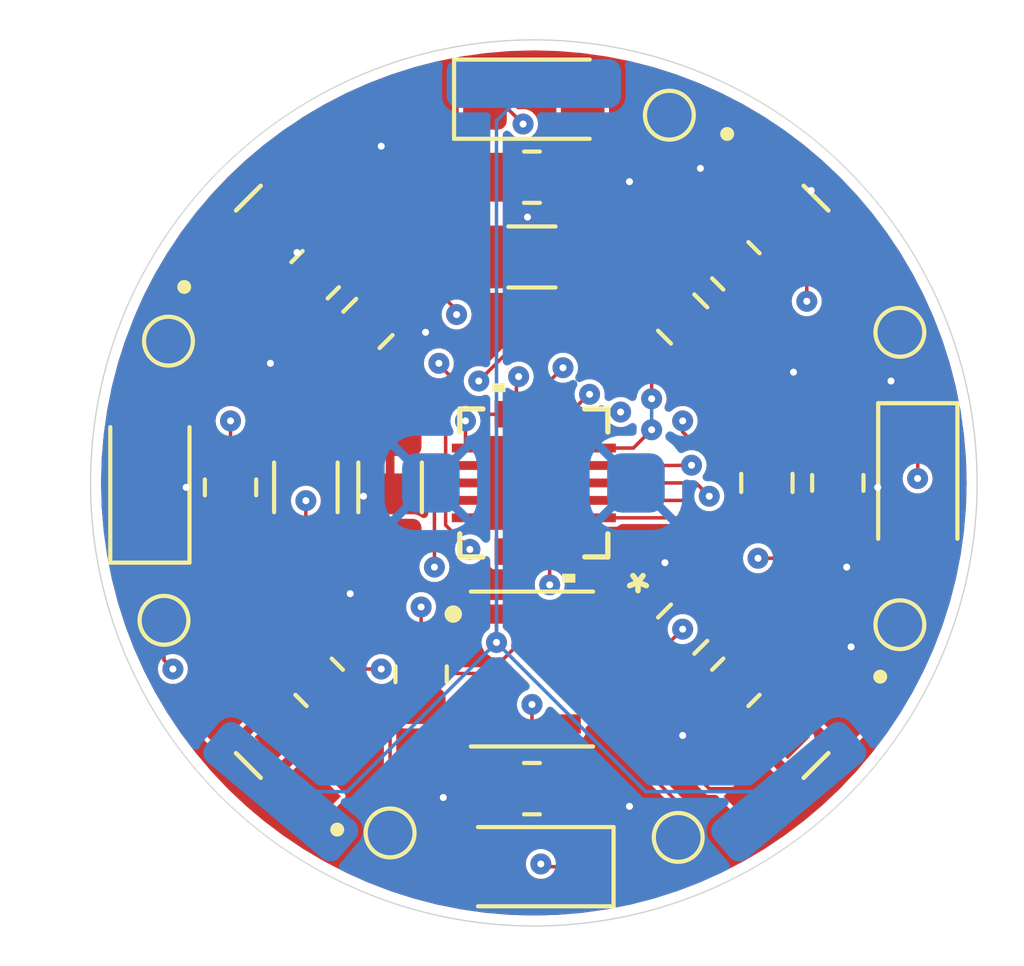
<source format=kicad_pcb>
(kicad_pcb (version 20221018) (generator pcbnew)
  (title_block (rev "1"))
  (layers (0 "F.Cu" signal "Front") (1 "In1.Cu" signal) (2 "In2.Cu" signal) (31 "B.Cu" signal "Back") (34 "B.Paste" user) (35 "F.Paste" user) (36 "B.SilkS" user "B.Silkscreen") (37 "F.SilkS" user "F.Silkscreen") (38 "B.Mask" user) (39 "F.Mask" user) (44 "Edge.Cuts" user))
  (net 0 "")
  (net 1 "VCC")
  (net 2 "GND")
  (net 3 "Net-(U1-VCORE)")
  (net 4 "Net-(U1-32KIN)")
  (net 5 "Net-(U1-32KOUT)")
  (net 6 "/SWDIO")
  (net 7 "/SWCLK")
  (net 8 "/UART_TX")
  (net 9 "/UART_RX")
  (net 10 "/RST")
  (net 11 "Net-(U1-P0.2)")
  (net 12 "Net-(D1-PadC)")
  (net 13 "Net-(U1-P0.3)")
  (net 14 "Net-(D2-PadC)")
  (net 15 "Net-(Q1-E)")
  (net 16 "Net-(Q2-E)")
  (net 17 "Net-(Q3-E)")
  (net 18 "Net-(Q4-E)")
  (net 19 "Net-(R9-Pad1)")
  (net 20 "Net-(BT1-+)")
  (net 23 "Net-(U1-P0.8)")
  (net 24 "Net-(D3-PadC)")
  (net 27 "Net-(U1-P0.9)")
  (net 28 "Net-(D4-PadC)")
  (footprint "Resistor_SMD:R_0805_2012Metric" (layer "F.Cu") (at 160.274 99.314 -90)
    (fp_text reference "R6" hide)
    (fp_text value "R_US")
    (fp_line (start -0.227064 -0.735) (end 0.227064 -0.735) (stroke (width 0.12)) (layer "F.SilkS"))
    (fp_line (start -0.227064 0.735) (end 0.227064 0.735) (stroke (width 0.12)) (layer "F.SilkS"))
    (pad "1" smd roundrect (at -0.9125 0 270) (size 1.025 1.4) (layers "F.Cu" "F.Paste" "F.Mask") (roundrect_rratio 0.243902) (net 2 "GND"))
    (pad "2" smd roundrect (at 0.9125 0 270) (size 1.025 1.4) (layers "F.Cu" "F.Paste" "F.Mask") (roundrect_rratio 0.243902) (net 16 "Net-(Q2-E)"))
  )
  (footprint "Resistor_SMD:R_0805_2012Metric" (layer "F.Cu") (at 145.415 105.029 135)
    (fp_text reference "R2" hide)
    (fp_text value "325")
    (fp_line (start -0.227064 -0.735) (end 0.227064 -0.735) (stroke (width 0.12)) (layer "F.SilkS"))
    (fp_line (start -0.227064 0.735) (end 0.227064 0.735) (stroke (width 0.12)) (layer "F.SilkS"))
    (pad "1" smd roundrect (at -0.9125 0 135) (size 1.025 1.4) (layers "F.Cu" "F.Paste" "F.Mask") (roundrect_rratio 0.243902) (net 14 "Net-(D2-PadC)"))
    (pad "2" smd roundrect (at 0.9125 0 135) (size 1.025 1.4) (layers "F.Cu" "F.Paste" "F.Mask") (roundrect_rratio 0.243902) (net 2 "GND"))
  )
  (footprint "Crystal:Crystal_SMD_3215-2Pin_3.2x1.5mm" (layer "F.Cu") (at 151.511 92.837)
    (fp_text reference "Y1" hide)
    (fp_text value "32.768kHz")
    (fp_line (start -0.675 -0.875) (end 0.675 -0.875) (stroke (width 0.12)) (layer "F.SilkS"))
    (fp_line (start -0.675 0.875) (end 0.675 0.875) (stroke (width 0.12)) (layer "F.SilkS"))
    (pad "1" smd rect (at 1.25 0) (size 1 1.8) (layers "F.Cu" "F.Paste" "F.Mask") (net 4 "Net-(U1-32KIN)"))
    (pad "2" smd rect (at -1.25 0) (size 1 1.8) (layers "F.Cu" "F.Paste" "F.Mask") (net 5 "Net-(U1-32KOUT)"))
  )
  (footprint "Diode_SMD:D_1206_3216Metric" (layer "F.Cu") (at 162.565 99.314 -90)
    (fp_text reference "Q2" hide)
    (fp_text value "Q_Photo_NPN")
    (fp_line (start -2.285 -1.135) (end -2.285 1.135) (stroke (width 0.12)) (layer "F.SilkS"))
    (fp_line (start -2.285 1.135) (end 1.6 1.135) (stroke (width 0.12)) (layer "F.SilkS"))
    (fp_line (start 1.6 -1.135) (end -2.285 -1.135) (stroke (width 0.12)) (layer "F.SilkS"))
    (pad "1" smd roundrect (at -1.4 0 270) (size 1.25 1.75) (layers "F.Cu" "F.Paste" "F.Mask") (roundrect_rratio 0.2) (net 1 "VCC"))
    (pad "2" smd roundrect (at 1.4 0 270) (size 1.25 1.75) (layers "F.Cu" "F.Paste" "F.Mask") (roundrect_rratio 0.2) (net 16 "Net-(Q2-E)"))
  )
  (footprint "TestPoint:TestPoint_Pad_D1.0mm" (layer "F.Cu") (at 162.052 103.378)
    (fp_text reference "TP3" hide)
    (fp_text value "TestPoint")
    (fp_circle (center 0 0) (end 0 0.7) (stroke (width 0.12)) (fill none) (layer "F.SilkS"))
    (pad "1" smd circle (at 0 0) (size 1 1) (layers "F.Cu" "F.Mask") (net 7 "/SWCLK"))
  )
  (footprint "Diode_SMD:D_1206_3216Metric" (layer "F.Cu") (at 151.565 110.314 180)
    (fp_text reference "Q3" hide)
    (fp_text value "Q_Photo_NPN")
    (fp_line (start -2.285 -1.135) (end -2.285 1.135) (stroke (width 0.12)) (layer "F.SilkS"))
    (fp_line (start -2.285 1.135) (end 1.6 1.135) (stroke (width 0.12)) (layer "F.SilkS"))
    (fp_line (start 1.6 -1.135) (end -2.285 -1.135) (stroke (width 0.12)) (layer "F.SilkS"))
    (pad "1" smd roundrect (at -1.4 0 180) (size 1.25 1.75) (layers "F.Cu" "F.Paste" "F.Mask") (roundrect_rratio 0.2) (net 1 "VCC"))
    (pad "2" smd roundrect (at 1.4 0 180) (size 1.25 1.75) (layers "F.Cu" "F.Paste" "F.Mask") (roundrect_rratio 0.2) (net 17 "Net-(Q3-E)"))
  )
  (footprint "Resistor_SMD:R_0805_2012Metric" (layer "F.Cu") (at 145.3 93.345 45)
    (fp_text reference "R3" hide)
    (fp_text value "325")
    (fp_line (start -0.227064 -0.735) (end 0.227064 -0.735) (stroke (width 0.12)) (layer "F.SilkS"))
    (fp_line (start -0.227064 0.735) (end 0.227064 0.735) (stroke (width 0.12)) (layer "F.SilkS"))
    (pad "1" smd roundrect (at -0.9125 0 45) (size 1.025 1.4) (layers "F.Cu" "F.Paste" "F.Mask") (roundrect_rratio 0.243902) (net 24 "Net-(D3-PadC)"))
    (pad "2" smd roundrect (at 0.9125 0 45) (size 1.025 1.4) (layers "F.Cu" "F.Paste" "F.Mask") (roundrect_rratio 0.243902) (net 2 "GND"))
  )
  (footprint "TestPoint:TestPoint_Pad_D1.0mm" (layer "F.Cu") (at 141.097 95.25)
    (fp_text reference "TP7" hide)
    (fp_text value "TestPoint")
    (fp_circle (center 0 0) (end 0 0.7) (stroke (width 0.12)) (fill none) (layer "F.SilkS"))
    (pad "1" smd circle (at 0 0) (size 1 1) (layers "F.Cu" "F.Mask") (net 2 "GND"))
  )
  (footprint "Anthony Personal:DIO_VSMB10940" (layer "F.Cu") (at 159.29673 91.50327 -45)
    (fp_text reference "D4" hide)
    (fp_text value "LED")
    (fp_line (start -0.5 -0.5) (end 0.5 -0.5) (stroke (width 0.127)) (layer "F.SilkS"))
    (fp_circle (center -3.1 0) (end -3 0) (stroke (width 0.2)) (fill none) (layer "F.SilkS"))
    (pad "1" smd rect (at 0 0.65 315) (size 0.9 0.9) (layers "F.Cu" "F.Paste" "F.Mask"))
    (pad "A" smd rect (at 1.75 0 315) (size 1.5 1.5) (layers "F.Cu" "F.Paste" "F.Mask") (net 27 "Net-(U1-P0.9)"))
    (pad "C" smd rect (at -1.75 0 315) (size 1.5 1.5) (layers "F.Cu" "F.Paste" "F.Mask") (net 28 "Net-(D4-PadC)"))
  )
  (footprint "Anthony Personal:21-0139V_T2044&plus_5_MXM" (layer "F.Cu") (at 151.565 99.314 180)
    (fp_text reference "U1" hide)
    (fp_text value "MAX32660GTP+")
    (fp_text user "*" (at -2.9845 -2.54 180 unlocked) (layer "F.SilkS") (effects (font (thickness 0.16))))
    (fp_line (start -2.1209 -2.1209) (end -2.1209 -1.459741) (stroke (width 0.1524)) (layer "F.SilkS"))
    (fp_line (start -2.1209 1.459741) (end -2.1209 2.1209) (stroke (width 0.1524)) (layer "F.SilkS"))
    (fp_line (start -2.1209 2.1209) (end -1.459741 2.1209) (stroke (width 0.1524)) (layer "F.SilkS"))
    (fp_line (start -1.459741 -2.1209) (end -2.1209 -2.1209) (stroke (width 0.1524)) (layer "F.SilkS"))
    (fp_line (start 1.459741 2.1209) (end 2.1209 2.1209) (stroke (width 0.1524)) (layer "F.SilkS"))
    (fp_line (start 2.1209 -2.1209) (end 1.459741 -2.1209) (stroke (width 0.1524)) (layer "F.SilkS"))
    (fp_line (start 2.1209 -1.459741) (end 2.1209 -2.1209) (stroke (width 0.1524)) (layer "F.SilkS"))
    (fp_line (start 2.1209 2.1209) (end 2.1209 1.459741) (stroke (width 0.1524)) (layer "F.SilkS"))
    (fp_poly (pts (xy -1.190501 -2.6035) (xy -1.190501 -2.8575) (xy -0.809501 -2.8575) (xy -0.809501 -2.6035)) (fill solid) (layer "F.SilkS"))
    (fp_poly (pts (xy 0.809501 2.6035) (xy 0.809501 2.8575) (xy 1.190501 2.8575) (xy 1.190501 2.6035)) (fill solid) (layer "F.SilkS"))
    (pad "1" smd rect (at -1.9685 -1.000001 270) (size 0.254 0.762) (layers "F.Cu" "F.Paste" "F.Mask") (net 7 "/SWCLK"))
    (pad "2" smd rect (at -1.9685 -0.499999 270) (size 0.254 0.762) (layers "F.Cu" "F.Paste" "F.Mask") (net 6 "/SWDIO"))
    (pad "3" smd rect (at -1.9685 0 270) (size 0.254 0.762) (layers "F.Cu" "F.Paste" "F.Mask") (net 18 "Net-(Q4-E)"))
    (pad "4" smd rect (at -1.9685 0.499999 270) (size 0.254 0.762) (layers "F.Cu" "F.Paste" "F.Mask") (net 17 "Net-(Q3-E)"))
    (pad "5" smd rect (at -1.9685 1.000001 270) (size 0.254 0.762) (layers "F.Cu" "F.Paste" "F.Mask") (net 10 "/RST"))
    (pad "6" smd rect (at -1.000001 1.9685 180) (size 0.254 0.762) (layers "F.Cu" "F.Paste" "F.Mask") (net 3 "Net-(U1-VCORE)"))
    (pad "7" smd rect (at -0.499999 1.9685 180) (size 0.254 0.762) (layers "F.Cu" "F.Paste" "F.Mask") (net 5 "Net-(U1-32KOUT)"))
    (pad "8" smd rect (at 0 1.9685 180) (size 0.254 0.762) (layers "F.Cu" "F.Paste" "F.Mask") (net 4 "Net-(U1-32KIN)"))
    (pad "9" smd rect (at 0.499999 1.9685 180) (size 0.254 0.762) (layers "F.Cu" "F.Paste" "F.Mask") (net 1 "VCC"))
    (pad "10" smd rect (at 1.000001 1.9685 180) (size 0.254 0.762) (layers "F.Cu" "F.Paste" "F.Mask") (net 3 "Net-(U1-VCORE)"))
    (pad "11" smd rect (at 1.9685 1.000001 270) (size 0.254 0.762) (layers "F.Cu" "F.Paste" "F.Mask") (net 27 "Net-(U1-P0.9)"))
    (pad "12" smd rect (at 1.9685 0.499999 270) (size 0.254 0.762) (layers "F.Cu" "F.Paste" "F.Mask") (net 23 "Net-(U1-P0.8)"))
    (pad "13" smd rect (at 1.9685 0 270) (size 0.254 0.762) (layers "F.Cu" "F.Paste" "F.Mask") (net 16 "Net-(Q2-E)"))
    (pad "14" smd rect (at 1.9685 -0.499999 270) (size 0.254 0.762) (layers "F.Cu" "F.Paste" "F.Mask") (net 15 "Net-(Q1-E)"))
    (pad "15" smd rect (at 1.9685 -1.000001 270) (size 0.254 0.762) (layers "F.Cu" "F.Paste" "F.Mask"))
    (pad "16" smd rect (at 1.000001 -1.9685 180) (size 0.254 0.762) (layers "F.Cu" "F.Paste" "F.Mask"))
    (pad "17" smd rect (at 0.499999 -1.9685 180) (size 0.254 0.762) (layers "F.Cu" "F.Paste" "F.Mask") (net 9 "/UART_RX"))
    (pad "18" smd rect (at 0 -1.9685 180) (size 0.254 0.762) (layers "F.Cu" "F.Paste" "F.Mask") (net 8 "/UART_TX"))
    (pad "19" smd rect (at -0.499999 -1.9685 180) (size 0.254 0.762) (layers "F.Cu" "F.Paste" "F.Mask") (net 13 "Net-(U1-P0.3)"))
    (pad "20" smd rect (at -1.000001 -1.9685 180) (size 0.254 0.762) (layers "F.Cu" "F.Paste" "F.Mask") (net 11 "Net-(U1-P0.2)"))
    (pad "21" smd rect (at 0 0 180) (size 2.6924 2.6924) (layers "F.Cu" "F.Mask") (net 2 "GND"))
  )
  (footprint "Resistor_SMD:R_0805_2012Metric" (layer "F.Cu") (at 148.336 104.7985 90)
    (fp_text reference "R9" hide)
    (fp_text value "200")
    (fp_line (start -0.227064 -0.735) (end 0.227064 -0.735) (stroke (width 0.12)) (layer "F.SilkS"))
    (fp_line (start -0.227064 0.735) (end 0.227064 0.735) (stroke (width 0.12)) (layer "F.SilkS"))
    (pad "1" smd roundrect (at -0.9125 0 90) (size 1.025 1.4) (layers "F.Cu" "F.Paste" "F.Mask") (roundrect_rratio 0.243902) (net 19 "Net-(R9-Pad1)"))
    (pad "2" smd roundrect (at 0.9125 0 90) (size 1.025 1.4) (layers "F.Cu" "F.Paste" "F.Mask") (roundrect_rratio 0.243902) (net 1 "VCC"))
  )
  (footprint "TestPoint:TestPoint_Pad_D1.0mm" (layer "F.Cu") (at 155.702 109.474)
    (fp_text reference "TP5" hide)
    (fp_text value "TestPoint")
    (fp_circle (center 0 0) (end 0 0.7) (stroke (width 0.12)) (fill none) (layer "F.SilkS"))
    (pad "1" smd circle (at 0 0) (size 1 1) (layers "F.Cu" "F.Mask") (net 8 "/UART_TX"))
  )
  (footprint "Anthony Personal:JJBV0UG335NONPRTR" (layer "F.Cu") (at 151.511 104.648)
    (fp_text reference "SW1" hide)
    (fp_text value "JJBV0UG335NONPRTR")
    (fp_line (start 1.75 -2.2199) (end -1.75 -2.2199) (stroke (width 0.12)) (layer "F.SilkS"))
    (fp_line (start 1.75 2.2199) (end -1.75 2.2199) (stroke (width 0.12)) (layer "F.SilkS"))
    (fp_circle (center -2.254 -1.575) (end -2.004 -1.575) (fill solid) (layer "F.SilkS"))
    (pad "1" smd rect (at -0.925 -1.575) (size 0.95 0.55) (layers "F.Cu" "F.Paste" "F.Mask") (net 20 "Net-(BT1-+)"))
    (pad "2" smd rect (at -0.925 1.575) (size 0.95 0.55) (layers "F.Cu" "F.Paste" "F.Mask") (net 19 "Net-(R9-Pad1)"))
    (pad "3" smd rect (at 0.925 -1.575) (size 0.95 0.55) (layers "F.Cu" "F.Paste" "F.Mask"))
    (pad "4" smd rect (at 0.925 1.575) (size 0.95 0.55) (layers "F.Cu" "F.Paste" "F.Mask"))
  )
  (footprint "Resistor_SMD:R_0805_2012Metric" (layer "F.Cu") (at 157.353 93.091 -45)
    (fp_text reference "R4" hide)
    (fp_text value "325")
    (fp_line (start -0.227064 -0.735) (end 0.227064 -0.735) (stroke (width 0.12)) (layer "F.SilkS"))
    (fp_line (start -0.227064 0.735) (end 0.227064 0.735) (stroke (width 0.12)) (layer "F.SilkS"))
    (pad "1" smd roundrect (at -0.9125 0 315) (size 1.025 1.4) (layers "F.Cu" "F.Paste" "F.Mask") (roundrect_rratio 0.243902) (net 28 "Net-(D4-PadC)"))
    (pad "2" smd roundrect (at 0.9125 0 315) (size 1.025 1.4) (layers "F.Cu" "F.Paste" "F.Mask") (roundrect_rratio 0.243902) (net 2 "GND"))
  )
  (footprint "Diode_SMD:D_1206_3216Metric" (layer "F.Cu") (at 151.565 88.314)
    (fp_text reference "Q1" hide)
    (fp_text value "Q_Photo_NPN")
    (fp_line (start -2.285 -1.135) (end -2.285 1.135) (stroke (width 0.12)) (layer "F.SilkS"))
    (fp_line (start -2.285 1.135) (end 1.6 1.135) (stroke (width 0.12)) (layer "F.SilkS"))
    (fp_line (start 1.6 -1.135) (end -2.285 -1.135) (stroke (width 0.12)) (layer "F.SilkS"))
    (pad "1" smd roundrect (at -1.4 0) (size 1.25 1.75) (layers "F.Cu" "F.Paste" "F.Mask") (roundrect_rratio 0.2) (net 1 "VCC"))
    (pad "2" smd roundrect (at 1.4 0) (size 1.25 1.75) (layers "F.Cu" "F.Paste" "F.Mask") (roundrect_rratio 0.2) (net 15 "Net-(Q1-E)"))
  )
  (footprint "Resistor_SMD:R_0805_2012Metric" (layer "F.Cu") (at 157.353 105.029 -135)
    (fp_text reference "R1" hide)
    (fp_text value "325")
    (fp_line (start -0.227064 -0.735) (end 0.227064 -0.735) (stroke (width 0.12)) (layer "F.SilkS"))
    (fp_line (start -0.227064 0.735) (end 0.227064 0.735) (stroke (width 0.12)) (layer "F.SilkS"))
    (pad "1" smd roundrect (at -0.9125 0 225) (size 1.025 1.4) (layers "F.Cu" "F.Paste" "F.Mask") (roundrect_rratio 0.243902) (net 12 "Net-(D1-PadC)"))
    (pad "2" smd roundrect (at 0.9125 0 225) (size 1.025 1.4) (layers "F.Cu" "F.Paste" "F.Mask") (roundrect_rratio 0.243902) (net 2 "GND"))
  )
  (footprint "TestPoint:TestPoint_Pad_D1.0mm" (layer "F.Cu") (at 140.97 103.251)
    (fp_text reference "TP1" hide)
    (fp_text value "TestPoint")
    (fp_circle (center 0 0) (end 0 0.7) (stroke (width 0.12)) (fill none) (layer "F.SilkS"))
    (pad "1" smd circle (at 0 0) (size 1 1) (layers "F.Cu" "F.Mask") (net 1 "VCC"))
  )
  (footprint "Capacitor_SMD:C_1206_3216Metric" (layer "F.Cu") (at 147.447 99.441 90)
    (fp_text reference "C5" hide)
    (fp_text value "220uF")
    (fp_line (start -0.711252 -0.91) (end 0.711252 -0.91) (stroke (width 0.12)) (layer "F.SilkS"))
    (fp_line (start -0.711252 0.91) (end 0.711252 0.91) (stroke (width 0.12)) (layer "F.SilkS"))
    (pad "1" smd roundrect (at -1.475 0 90) (size 1.15 1.8) (layers "F.Cu" "F.Paste" "F.Mask") (roundrect_rratio 0.217391) (net 1 "VCC"))
    (pad "2" smd roundrect (at 1.475 0 90) (size 1.15 1.8) (layers "F.Cu" "F.Paste" "F.Mask") (roundrect_rratio 0.217391) (net 2 "GND"))
  )
  (footprint "Capacitor_SMD:C_0805_2012Metric" (layer "F.Cu") (at 155.829 103.505 45)
    (fp_text reference "C1" hide)
    (fp_text value "1uF")
    (fp_line (start -0.261252 -0.735) (end 0.261252 -0.735) (stroke (width 0.12)) (layer "F.SilkS"))
    (fp_line (start -0.261252 0.735) (end 0.261252 0.735) (stroke (width 0.12)) (layer "F.SilkS"))
    (pad "1" smd roundrect (at -0.95 0 45) (size 1 1.45) (layers "F.Cu" "F.Paste" "F.Mask") (net 1 "VCC"))
    (pad "2" smd roundrect (at 0.95 0 45) (size 1 1.45) (layers "F.Cu" "F.Paste" "F.Mask") (net 2 "GND"))
  )
  (footprint "TestPoint:TestPoint_Pad_D1.0mm" (layer "F.Cu") (at 155.448 88.773)
    (fp_text reference "TP2" hide)
    (fp_text value "TestPoint")
    (fp_circle (center 0 0) (end 0 0.7) (stroke (width 0.12)) (fill none) (layer "F.SilkS"))
    (pad "1" smd circle (at 0 0) (size 1 1) (layers "F.Cu" "F.Mask") (net 10 "/RST"))
  )
  (footprint "Capacitor_SMD:C_1206_3216Metric" (layer "F.Cu") (at 145.034 99.441 90)
    (fp_text reference "C6" hide)
    (fp_text value "220uF")
    (fp_line (start -0.711252 -0.91) (end 0.711252 -0.91) (stroke (width 0.12)) (layer "F.SilkS"))
    (fp_line (start -0.711252 0.91) (end 0.711252 0.91) (stroke (width 0.12)) (layer "F.SilkS"))
    (pad "1" smd roundrect (at -1.475 0 90) (size 1.15 1.8) (layers "F.Cu" "F.Paste" "F.Mask") (roundrect_rratio 0.217391) (net 1 "VCC"))
    (pad "2" smd roundrect (at 1.475 0 90) (size 1.15 1.8) (layers "F.Cu" "F.Paste" "F.Mask") (roundrect_rratio 0.217391) (net 2 "GND"))
  )
  (footprint "Capacitor_SMD:C_0805_2012Metric" (layer "F.Cu") (at 158.242 99.314 90)
    (fp_text reference "C2" hide)
    (fp_text value "1uF")
    (fp_line (start -0.261252 -0.735) (end 0.261252 -0.735) (stroke (width 0.12)) (layer "F.SilkS"))
    (fp_line (start -0.261252 0.735) (end 0.261252 0.735) (stroke (width 0.12)) (layer "F.SilkS"))
    (pad "1" smd roundrect (at -0.95 0 90) (size 1 1.45) (layers "F.Cu" "F.Paste" "F.Mask") (net 3 "Net-(U1-VCORE)"))
    (pad "2" smd roundrect (at 0.95 0 90) (size 1 1.45) (layers "F.Cu" "F.Paste" "F.Mask") (net 2 "GND"))
  )
  (footprint "Capacitor_SMD:C_0805_2012Metric" (layer "F.Cu") (at 155.829 94.615 -45)
    (fp_text reference "C3" hide)
    (fp_text value "6pF")
    (fp_line (start -0.261252 -0.735) (end 0.261252 -0.735) (stroke (width 0.12)) (layer "F.SilkS"))
    (fp_line (start -0.261252 0.735) (end 0.261252 0.735) (stroke (width 0.12)) (layer "F.SilkS"))
    (pad "1" smd roundrect (at -0.95 0 315) (size 1 1.45) (layers "F.Cu" "F.Paste" "F.Mask") (net 4 "Net-(U1-32KIN)"))
    (pad "2" smd roundrect (at 0.95 0 315) (size 1 1.45) (layers "F.Cu" "F.Paste" "F.Mask") (net 2 "GND"))
  )
  (footprint "TestPoint:TestPoint_Pad_D1.0mm" (layer "F.Cu") (at 147.447 109.347)
    (fp_text reference "TP6" hide)
    (fp_text value "TestPoint")
    (fp_circle (center 0 0) (end 0 0.7) (stroke (width 0.12)) (fill none) (layer "F.SilkS"))
    (pad "1" smd circle (at 0 0) (size 1 1) (layers "F.Cu" "F.Mask") (net 9 "/UART_RX"))
  )
  (footprint "Anthony Personal:DIO_VSMB10940" (layer "F.Cu") (at 159.29673 107.059619 -135)
    (fp_text reference "D1" hide)
    (fp_text value "LED")
    (fp_line (start -0.5 -0.5) (end 0.5 -0.5) (stroke (width 0.127)) (layer "F.SilkS"))
    (fp_circle (center -3.1 0) (end -3 0) (stroke (width 0.2)) (fill none) (layer "F.SilkS"))
    (pad "1" smd rect (at 0 0.65 225) (size 0.9 0.9) (layers "F.Cu" "F.Paste" "F.Mask"))
    (pad "A" smd rect (at 1.75 0 225) (size 1.5 1.5) (layers "F.Cu" "F.Paste" "F.Mask") (net 11 "Net-(U1-P0.2)"))
    (pad "C" smd rect (at -1.75 0 225) (size 1.5 1.5) (layers "F.Cu" "F.Paste" "F.Mask") (net 12 "Net-(D1-PadC)"))
  )
  (footprint "Anthony Personal:DIO_VSMB10940" (layer "F.Cu") (at 143.740381 107.059619 135)
    (fp_text reference "D2" hide)
    (fp_text value "LED")
    (fp_line (start -0.5 -0.5) (end 0.5 -0.5) (stroke (width 0.127)) (layer "F.SilkS"))
    (fp_circle (center -3.1 0) (end -3 0) (stroke (width 0.2)) (fill none) (layer "F.SilkS"))
    (pad "1" smd rect (at 0 0.65 135) (size 0.9 0.9) (layers "F.Cu" "F.Paste" "F.Mask"))
    (pad "A" smd rect (at 1.75 0 135) (size 1.5 1.5) (layers "F.Cu" "F.Paste" "F.Mask") (net 13 "Net-(U1-P0.3)"))
    (pad "C" smd rect (at -1.75 0 135) (size 1.5 1.5) (layers "F.Cu" "F.Paste" "F.Mask") (net 14 "Net-(D2-PadC)"))
  )
  (footprint "Capacitor_SMD:C_0805_2012Metric" (layer "F.Cu") (at 146.812 94.742 -135)
    (fp_text reference "C4" hide)
    (fp_text value "6pF")
    (fp_line (start -0.261252 -0.735) (end 0.261252 -0.735) (stroke (width 0.12)) (layer "F.SilkS"))
    (fp_line (start -0.261252 0.735) (end 0.261252 0.735) (stroke (width 0.12)) (layer "F.SilkS"))
    (pad "1" smd roundrect (at -0.95 0 225) (size 1 1.45) (layers "F.Cu" "F.Paste" "F.Mask") (net 5 "Net-(U1-32KOUT)"))
    (pad "2" smd roundrect (at 0.95 0 225) (size 1 1.45) (layers "F.Cu" "F.Paste" "F.Mask") (net 2 "GND"))
  )
  (footprint "TestPoint:TestPoint_Pad_D1.0mm" (layer "F.Cu") (at 162.052 94.996)
    (fp_text reference "TP4" hide)
    (fp_text value "TestPoint")
    (fp_circle (center 0 0) (end 0 0.7) (stroke (width 0.12)) (fill none) (layer "F.SilkS"))
    (pad "1" smd circle (at 0 0) (size 1 1) (layers "F.Cu" "F.Mask") (net 6 "/SWDIO"))
  )
  (footprint "Resistor_SMD:R_0805_2012Metric" (layer "F.Cu") (at 151.511 90.551)
    (fp_text reference "R5" hide)
    (fp_text value "R_US")
    (fp_line (start -0.227064 -0.735) (end 0.227064 -0.735) (stroke (width 0.12)) (layer "F.SilkS"))
    (fp_line (start -0.227064 0.735) (end 0.227064 0.735) (stroke (width 0.12)) (layer "F.SilkS"))
    (pad "1" smd roundrect (at -0.9125 0) (size 1.025 1.4) (layers "F.Cu" "F.Paste" "F.Mask") (roundrect_rratio 0.243902) (net 2 "GND"))
    (pad "2" smd roundrect (at 0.9125 0) (size 1.025 1.4) (layers "F.Cu" "F.Paste" "F.Mask") (roundrect_rratio 0.243902) (net 15 "Net-(Q1-E)"))
  )
  (footprint "Anthony Personal:DIO_VSMB10940" (layer "F.Cu") (at 143.740381 91.50327 45)
    (fp_text reference "D3" hide)
    (fp_text value "LED")
    (fp_line (start -0.5 -0.5) (end 0.5 -0.5) (stroke (width 0.127)) (layer "F.SilkS"))
    (fp_circle (center -3.1 0) (end -3 0) (stroke (width 0.2)) (fill none) (layer "F.SilkS"))
    (pad "1" smd rect (at 0 0.65 45) (size 0.9 0.9) (layers "F.Cu" "F.Paste" "F.Mask"))
    (pad "A" smd rect (at 1.75 0 45) (size 1.5 1.5) (layers "F.Cu" "F.Paste" "F.Mask") (net 23 "Net-(U1-P0.8)"))
    (pad "C" smd rect (at -1.75 0 45) (size 1.5 1.5) (layers "F.Cu" "F.Paste" "F.Mask") (net 24 "Net-(D3-PadC)"))
  )
  (footprint "Diode_SMD:D_1206_3216Metric" (layer "F.Cu") (at 140.565 99.314 90)
    (fp_text reference "Q4" hide)
    (fp_text value "Q_Photo_NPN")
    (fp_line (start -2.285 -1.135) (end -2.285 1.135) (stroke (width 0.12)) (layer "F.SilkS"))
    (fp_line (start -2.285 1.135) (end 1.6 1.135) (stroke (width 0.12)) (layer "F.SilkS"))
    (fp_line (start 1.6 -1.135) (end -2.285 -1.135) (stroke (width 0.12)) (layer "F.SilkS"))
    (pad "1" smd roundrect (at -1.4 0 90) (size 1.25 1.75) (layers "F.Cu" "F.Paste" "F.Mask") (roundrect_rratio 0.2) (net 1 "VCC"))
    (pad "2" smd roundrect (at 1.4 0 90) (size 1.25 1.75) (layers "F.Cu" "F.Paste" "F.Mask") (roundrect_rratio 0.2) (net 18 "Net-(Q4-E)"))
  )
  (footprint "Resistor_SMD:R_0805_2012Metric" (layer "F.Cu") (at 151.511 108.077 180)
    (fp_text reference "R7" hide)
    (fp_text value "R_US")
    (fp_line (start -0.227064 -0.735) (end 0.227064 -0.735) (stroke (width 0.12)) (layer "F.SilkS"))
    (fp_line (start -0.227064 0.735) (end 0.227064 0.735) (stroke (width 0.12)) (layer "F.SilkS"))
    (pad "1" smd roundrect (at -0.9125 0 180) (size 1.025 1.4) (layers "F.Cu" "F.Paste" "F.Mask") (roundrect_rratio 0.243902) (net 2 "GND"))
    (pad "2" smd roundrect (at 0.9125 0 180) (size 1.025 1.4) (layers "F.Cu" "F.Paste" "F.Mask") (roundrect_rratio 0.243902) (net 17 "Net-(Q3-E)"))
  )
  (footprint "Resistor_SMD:R_0805_2012Metric" (layer "F.Cu") (at 142.875 99.441 90)
    (fp_text reference "R8" hide)
    (fp_text value "R_US")
    (fp_line (start -0.227064 -0.735) (end 0.227064 -0.735) (stroke (width 0.12)) (layer "F.SilkS"))
    (fp_line (start -0.227064 0.735) (end 0.227064 0.735) (stroke (width 0.12)) (layer "F.SilkS"))
    (pad "1" smd roundrect (at -0.9125 0 90) (size 1.025 1.4) (layers "F.Cu" "F.Paste" "F.Mask") (roundrect_rratio 0.243902) (net 2 "GND"))
    (pad "2" smd roundrect (at 0.9125 0 90) (size 1.025 1.4) (layers "F.Cu" "F.Paste" "F.Mask") (roundrect_rratio 0.243902) (net 18 "Net-(Q4-E)"))
  )
  (footprint "Anthony Personal:BC-2600_slim" (layer "B.Cu") (at 151.565 99.314 180)
    (fp_text reference "BT1" hide)
    (fp_text value "Battery_Cell")
    (pad "1" smd roundrect (at -7.3 -8.85 40) (size 5 1.4) (layers "B.Cu" "B.Paste" "B.Mask") (net 20 "Net-(BT1-+)"))
    (pad "1" smd roundrect (at 0 11.45 180) (size 5 1.4) (layers "B.Cu" "B.Paste" "B.Mask") (net 20 "Net-(BT1-+)"))
    (pad "1" smd roundrect (at 7.25 -8.85 320) (size 5 1.4) (layers "B.Cu" "B.Paste" "B.Mask") (net 20 "Net-(BT1-+)"))
    (pad "2" smd roundrect (at -2.925 0 180) (size 1.65 1.7) (layers "B.Cu" "B.Paste" "B.Mask") (net 2 "GND"))
    (pad "2" smd roundrect (at 2.95 0 180) (size 1.65 1.7) (layers "B.Cu" "B.Paste" "B.Mask") (net 2 "GND"))
  )
  (gr_circle (center 151.565 99.314) (end 164.265 99.314) (stroke (width 0.0381)) (fill none) (layer "Edge.Cuts"))
  (segment (start 140.565 100.714) (end 140.565 102.846) (width 0.1) (layer "F.Cu") (net 1))
  (segment (start 151.065001 97.3455) (end 151.065001 96.330999) (width 0.1) (layer "F.Cu") (net 1))
  (segment (start 151.065001 96.330999) (end 151.13 96.266) (width 0.1) (layer "F.Cu") (net 1))
  (segment (start 140.97 104.394) (end 141.224 104.648) (width 0.1) (layer "F.Cu") (net 1))
  (segment (start 151.843 110.314) (end 151.765 110.236) (width 0.1) (layer "F.Cu") (net 1))
  (segment (start 145.034 100.916) (end 147.447 100.916) (width 0.1) (layer "F.Cu") (net 1))
  (segment (start 150.544 88.314) (end 151.257 89.027) (width 0.1) (layer "F.Cu") (net 1))
  (segment (start 140.565 102.846) (end 140.97 103.251) (width 0.1) (layer "F.Cu") (net 1))
  (segment (start 155.157249 104.176751) (end 155.829 103.505) (width 0.1) (layer "F.Cu") (net 1))
  (segment (start 145.034 100.916) (end 145.034 99.822) (width 0.1) (layer "F.Cu") (net 1))
  (segment (start 162.565 99.182) (end 162.56 99.187) (width 0.1) (layer "F.Cu") (net 1))
  (segment (start 148.336 103.886) (end 148.336 102.87) (width 0.1) (layer "F.Cu") (net 1))
  (segment (start 152.965 110.314) (end 151.843 110.314) (width 0.1) (layer "F.Cu") (net 1))
  (segment (start 140.97 103.251) (end 140.97 104.394) (width 0.1) (layer "F.Cu") (net 1))
  (segment (start 162.565 97.914) (end 162.565 99.182) (width 0.1) (layer "F.Cu") (net 1))
  (segment (start 150.165 88.314) (end 150.544 88.314) (width 0.1) (layer "F.Cu") (net 1))
  (via (at 151.765 110.236) (size 0.6) (drill 0.2) (layers "F.Cu" "B.Cu") (net 1))
  (via (at 151.13 96.266) (size 0.6) (drill 0.2) (layers "F.Cu" "B.Cu") (net 1))
  (via (at 141.224 104.648) (size 0.6) (drill 0.2) (layers "F.Cu" "B.Cu") (net 1))
  (via (at 162.56 99.187) (size 0.6) (drill 0.2) (layers "F.Cu" "B.Cu") (net 1))
  (via (at 155.829 103.505) (size 0.6) (drill 0.2) (layers "F.Cu" "B.Cu") (net 1))
  (via (at 145.034 99.822) (size 0.6) (drill 0.2) (layers "F.Cu" "B.Cu") (net 1))
  (via (at 148.336 102.87) (size 0.6) (drill 0.2) (layers "F.Cu" "B.Cu") (net 1))
  (via (at 151.257 89.027) (size 0.6) (drill 0.2) (layers "F.Cu" "B.Cu") (net 1))
  (segment (start 151.565 99.314) (end 153.851 101.6) (width 0.1) (layer "F.Cu") (net 2))
  (segment (start 156.707765 103.040263) (end 156.500751 102.833249) (width 0.1) (layer "F.Cu") (net 2))
  (segment (start 160.274 98.4015) (end 160.3775 98.4015) (width 0.1) (layer "F.Cu") (net 2))
  (segment (start 150.5985 90.9085) (end 151.384 91.694) (width 0.1) (layer "F.Cu") (net 2))
  (segment (start 142.875 100.3535) (end 142.5175 100.3535) (width 0.1) (layer "F.Cu") (net 2))
  (segment (start 150.5985 90.551) (end 150.5985 90.9085) (width 0.1) (layer "F.Cu") (net 2))
  (segment (start 145.933235 92.572765) (end 144.78 92.71) (width 0.1) (layer "F.Cu") (net 2))
  (segment (start 142.5175 100.3535) (end 141.605 99.441) (width 0.1) (layer "F.Cu") (net 2))
  (segment (start 160.3775 98.4015) (end 161.417 99.441) (width 0.1) (layer "F.Cu") (net 2))
  (segment (start 156.707765 105.674235) (end 156.707765 103.040263) (width 0.1) (layer "F.Cu") (net 2))
  (segment (start 156.707765 105.674235) (end 155.829 106.553) (width 0.1) (layer "F.Cu") (net 2))
  (segment (start 153.851 101.6) (end 155.321 101.6) (width 0.1) (layer "F.Cu") (net 2))
  (via (at 148.463 94.996) (size 0.6) (drill 0.2) (layers "F.Cu" "B.Cu") (net 2))
  (via (at 144.018 95.885) (size 0.6) (drill 0.2) (layers "F.Cu" "B.Cu") (net 2))
  (via (at 155.829 106.553) (size 0.6) (drill 0.2) (layers "F.Cu" "B.Cu") (net 2))
  (via (at 160.655 104.013) (size 0.6) (drill 0.2) (layers "F.Cu" "B.Cu") (net 2))
  (via (at 146.685 99.695) (size 0.6) (drill 0.2) (layers "F.Cu" "B.Cu") (net 2))
  (via (at 155.321 101.6) (size 0.6) (drill 0.2) (layers "F.Cu" "B.Cu") (net 2))
  (via (at 156.337 90.297) (size 0.6) (drill 0.2) (layers "F.Cu" "B.Cu") (net 2))
  (via (at 144.78 92.71) (size 0.6) (drill 0.2) (layers "F.Cu" "B.Cu") (net 2))
  (via (at 159.004 96.139) (size 0.6) (drill 0.2) (layers "F.Cu" "B.Cu") (net 2))
  (via (at 147.193 89.662) (size 0.6) (drill 0.2) (layers "F.Cu" "B.Cu") (net 2))
  (via (at 161.417 99.441) (size 0.6) (drill 0.2) (layers "F.Cu" "B.Cu") (net 2))
  (via (at 151.384 91.694) (size 0.6) (drill 0.2) (layers "F.Cu" "B.Cu") (net 2))
  (via (at 141.605 99.441) (size 0.6) (drill 0.2) (layers "F.Cu" "B.Cu") (net 2))
  (via (at 154.305 108.585) (size 0.6) (drill 0.2) (layers "F.Cu" "B.Cu") (net 2))
  (via (at 146.304 102.489) (size 0.6) (drill 0.2) (layers "F.Cu" "B.Cu") (net 2))
  (via (at 154.305 90.678) (size 0.6) (drill 0.2) (layers "F.Cu" "B.Cu") (net 2))
  (via (at 161.798 96.393) (size 0.6) (drill 0.2) (layers "F.Cu" "B.Cu") (net 2))
  (via (at 148.971 108.331) (size 0.6) (drill 0.2) (layers "F.Cu" "B.Cu") (net 2))
  (via (at 160.528 101.727) (size 0.6) (drill 0.2) (layers "F.Cu" "B.Cu") (net 2))
  (via (at 159.512 90.932) (size 0.6) (drill 0.2) (layers "F.Cu" "B.Cu") (net 2))
  (segment (start 154.432 100.838) (end 154.49 100.78) (width 0.1) (layer "B.Cu") (net 2))
  (segment (start 152.565001 97.3455) (end 153.9875 97.3455) (width 0.1) (layer "F.Cu") (net 3))
  (segment (start 150.26492 97.3455) (end 150.564999 97.3455) (width 0.1) (layer "F.Cu") (net 3))
  (segment (start 153.136501 96.774) (end 152.565001 97.3455) (width 0.1) (layer "F.Cu") (net 3))
  (segment (start 153.162 96.774) (end 153.136501 96.774) (width 0.1) (layer "F.Cu") (net 3))
  (segment (start 155.829 97.851) (end 155.862 97.884) (width 0.1) (layer "F.Cu") (net 3))
  (segment (start 153.9875 97.3455) (end 154.051 97.282) (width 0.1) (layer "F.Cu") (net 3))
  (segment (start 148.844 95.885) (end 148.971 96.05158) (width 0.1) (layer "F.Cu") (net 3))
  (segment (start 155.862 97.884) (end 158.242 100.264) (width 0.1) (layer "F.Cu") (net 3))
  (segment (start 155.829 97.536) (end 155.829 97.851) (width 0.1) (layer "F.Cu") (net 3))
  (segment (start 148.971 96.05158) (end 150.26492 97.3455) (width 0.1) (layer "F.Cu") (net 3))
  (via (at 148.844 95.885) (size 0.6) (drill 0.2) (layers "F.Cu" "B.Cu") (net 3))
  (via (at 154.051 97.282) (size 0.6) (drill 0.2) (layers "F.Cu" "B.Cu") (net 3))
  (via (at 155.829 97.536) (size 0.6) (drill 0.2) (layers "F.Cu" "B.Cu") (net 3))
  (via (at 153.162 96.774) (size 0.6) (drill 0.2) (layers "F.Cu" "B.Cu") (net 3))
  (segment (start 153.794171 93.943249) (end 153.867249 93.943249) (width 0.1) (layer "F.Cu") (net 4))
  (segment (start 151.692 97.2185) (end 151.692 96.04542) (width 0.1) (layer "F.Cu") (net 4))
  (segment (start 151.565 97.3455) (end 151.692 97.2185) (width 0.1) (layer "F.Cu") (net 4))
  (segment (start 151.692 96.04542) (end 153.794171 93.943249) (width 0.1) (layer "F.Cu") (net 4))
  (segment (start 152.761 92.837) (end 153.867249 93.943249) (width 0.1) (layer "F.Cu") (net 4))
  (segment (start 153.867249 93.943249) (end 155.157249 93.943249) (width 0.1) (layer "F.Cu") (net 4))
  (segment (start 149.0445 94.0535) (end 150.261 92.837) (width 0.1) (layer "F.Cu") (net 5))
  (segment (start 147.483751 94.070249) (end 149.027751 94.070249) (width 0.1) (layer "F.Cu") (net 5))
  (segment (start 149.352 94.361) (end 149.0445 94.0535) (width 0.1) (layer "F.Cu") (net 5))
  (segment (start 149.027751 94.070249) (end 149.0445 94.0535) (width 0.1) (layer "F.Cu") (net 5))
  (segment (start 152.064999 96.347001) (end 152.4 96.012) (width 0.1) (layer "F.Cu") (net 5))
  (segment (start 152.064999 97.3455) (end 152.064999 96.347001) (width 0.1) (layer "F.Cu") (net 5))
  (segment (start 149.352 94.488) (end 149.352 94.361) (width 0.1) (layer "F.Cu") (net 5))
  (via (at 149.352 94.488) (size 0.6) (drill 0.2) (layers "F.Cu" "B.Cu") (net 5))
  (via (at 152.4 96.012) (size 0.6) (drill 0.2) (layers "F.Cu" "B.Cu") (net 5))
  (segment (start 159.144 97.904) (end 159.144 100.69087) (width 0.1) (layer "F.Cu") (net 6))
  (segment (start 155.947999 99.813999) (end 153.5335 99.813999) (width 0.1) (layer "F.Cu") (net 6))
  (segment (start 162.052 94.996) (end 159.144 97.904) (width 0.1) (layer "F.Cu") (net 6))
  (segment (start 157.075 100.941) (end 155.947999 99.813999) (width 0.1) (layer "F.Cu") (net 6))
  (segment (start 159.144 100.69087) (end 158.89387 100.941) (width 0.1) (layer "F.Cu") (net 6))
  (segment (start 158.89387 100.941) (end 157.075 100.941) (width 0.1) (layer "F.Cu") (net 6))
  (segment (start 156.067001 100.314001) (end 153.5335 100.314001) (width 0.1) (layer "F.Cu") (net 7))
  (segment (start 162.052 103.378) (end 159.131 103.378) (width 0.1) (layer "F.Cu") (net 7))
  (segment (start 159.131 103.378) (end 156.067001 100.314001) (width 0.1) (layer "F.Cu") (net 7))
  (segment (start 155.702 108.488684) (end 155.702 109.474) (width 0.1) (layer "F.Cu") (net 8))
  (segment (start 151.542 104.328684) (end 155.702 108.488684) (width 0.1) (layer "F.Cu") (net 8))
  (segment (start 151.565 101.2825) (end 151.542 101.3055) (width 0.1) (layer "F.Cu") (net 8))
  (segment (start 151.542 101.3055) (end 151.542 104.328684) (width 0.1) (layer "F.Cu") (net 8))
  (segment (start 151.238 103.81758) (end 150.28058 104.775) (width 0.1) (layer "F.Cu") (net 9))
  (segment (start 147.447 105.28363) (end 147.447 109.347) (width 0.1) (layer "F.Cu") (net 9))
  (segment (start 151.238 101.455499) (end 151.238 103.81758) (width 0.1) (layer "F.Cu") (net 9))
  (segment (start 147.95563 104.775) (end 147.447 105.28363) (width 0.1) (layer "F.Cu") (net 9))
  (segment (start 150.28058 104.775) (end 147.95563 104.775) (width 0.1) (layer "F.Cu") (net 9))
  (segment (start 151.065001 101.2825) (end 151.238 101.455499) (width 0.1) (layer "F.Cu") (net 9))
  (segment (start 155.448 88.773) (end 155.448 92.958378) (width 0.1) (layer "F.Cu") (net 10))
  (segment (start 156.096902 94.555098) (end 154.94 95.712) (width 0.1) (layer "F.Cu") (net 10))
  (segment (start 156.096902 93.60728) (end 156.096902 94.555098) (width 0.1) (layer "F.Cu") (net 10))
  (segment (start 154.94 95.712) (end 154.94 96.901) (width 0.1) (layer "F.Cu") (net 10))
  (segment (start 155.448 92.958378) (end 156.096902 93.60728) (width 0.1) (layer "F.Cu") (net 10))
  (segment (start 154.94 97.79) (end 154.416001 98.313999) (width 0.1) (layer "F.Cu") (net 10))
  (segment (start 154.416001 98.313999) (end 153.5335 98.313999) (width 0.1) (layer "F.Cu") (net 10))
  (via (at 154.94 96.901) (size 0.6) (drill 0.2) (layers "F.Cu" "B.Cu") (net 10))
  (via (at 154.94 97.79) (size 0.6) (drill 0.2) (layers "F.Cu" "B.Cu") (net 10))
  (segment (start 154.94 96.901) (end 154.94 97.79) (width 0.1) (layer "B.Cu") (net 10))
  (segment (start 156.591167 108.077167) (end 153.416 104.902) (width 0.1) (layer "F.Cu") (net 11))
  (segment (start 157.928293 108.077167) (end 156.591167 108.077167) (width 0.1) (layer "F.Cu") (net 11))
  (segment (start 153.416 104.902) (end 153.416 102.133499) (width 0.1) (layer "F.Cu") (net 11))
  (segment (start 153.416 102.133499) (end 152.565001 101.2825) (width 0.1) (layer "F.Cu") (net 11))
  (segment (start 159.184639 104.383765) (end 160.403167 105.602293) (width 0.1) (layer "F.Cu") (net 12))
  (segment (start 157.998235 104.383765) (end 159.184639 104.383765) (width 0.1) (layer "F.Cu") (net 12))
  (segment (start 142.407522 105.566715) (end 145.192655 105.566715) (width 0.1) (layer "F.Cu") (net 13))
  (segment (start 142.371944 105.602293) (end 142.407522 105.566715) (width 0.1) (layer "F.Cu") (net 13))
  (segment (start 152.019 102.235) (end 152.019 101.328499) (width 0.1) (layer "F.Cu") (net 13))
  (segment (start 152.019 101.328499) (end 152.064999 101.2825) (width 0.1) (layer "F.Cu") (net 13))
  (segment (start 146.11137 104.648) (end 147.193 104.648) (width 0.1) (layer "F.Cu") (net 13))
  (segment (start 145.192655 105.566715) (end 146.11137 104.648) (width 0.1) (layer "F.Cu") (net 13))
  (via (at 147.193 104.648) (size 0.6) (drill 0.2) (layers "F.Cu" "B.Cu") (net 13))
  (via (at 152.019 102.235) (size 0.6) (drill 0.2) (layers "F.Cu" "B.Cu") (net 13))
  (segment (start 146.060235 105.674235) (end 146.060235 106.86375) (width 0.1) (layer "F.Cu") (net 14))
  (segment (start 146.060235 106.86375) (end 144.846818 108.077167) (width 0.1) (layer "F.Cu") (net 14))
  (segment (start 149.0385 100.5245) (end 149.0385 99.990999) (width 0.1) (layer "F.Cu") (net 15))
  (segment (start 152.4235 90.551) (end 152.084 90.8905) (width 0.1) (layer "F.Cu") (net 15))
  (segment (start 152.4235 88.8555) (end 152.965 88.314) (width 0.1) (layer "F.Cu") (net 15))
  (segment (start 152.084 94.296) (end 149.987 96.393) (width 0.1) (layer "F.Cu") (net 15))
  (segment (start 149.2155 99.813999) (end 149.5965 99.813999) (width 0.1) (layer "F.Cu") (net 15))
  (segment (start 152.084 90.8905) (end 152.084 94.296) (width 0.1) (layer "F.Cu") (net 15))
  (segment (start 152.4235 90.551) (end 152.4235 88.8555) (width 0.1) (layer "F.Cu") (net 15))
  (segment (start 149.0385 99.990999) (end 149.2155 99.813999) (width 0.1) (layer "F.Cu") (net 15))
  (segment (start 149.733 101.219) (end 149.0385 100.5245) (width 0.1) (layer "F.Cu") (net 15))
  (via (at 149.733 101.219) (size 0.6) (drill 0.2) (layers "F.Cu" "B.Cu") (net 15))
  (via (at 149.987 96.393) (size 0.6) (drill 0.2) (layers "F.Cu" "B.Cu") (net 15))
  (segment (start 162.0775 100.2265) (end 162.565 100.714) (width 0.1) (layer "F.Cu") (net 16))
  (segment (start 148.717 99.8125) (end 149.2155 99.314) (width 0.1) (layer "F.Cu") (net 16))
  (segment (start 159.0275 101.473) (end 157.988 101.473) (width 0.1) (layer "F.Cu") (net 16))
  (segment (start 148.717 101.727) (end 148.717 99.8125) (width 0.1) (layer "F.Cu") (net 16))
  (segment (start 160.274 100.2265) (end 162.0775 100.2265) (width 0.1) (layer "F.Cu") (net 16))
  (segment (start 149.2155 99.314) (end 149.5965 99.314) (width 0.1) (layer "F.Cu") (net 16))
  (segment (start 160.274 100.2265) (end 159.0275 101.473) (width 0.1) (layer "F.Cu") (net 16))
  (via (at 157.988 101.473) (size 0.6) (drill 0.2) (layers "F.Cu" "B.Cu") (net 16))
  (via (at 148.717 101.727) (size 0.6) (drill 0.2) (layers "F.Cu" "B.Cu") (net 16))
  (segment (start 156.083 98.806) (end 155.456001 98.814001) (width 0.1) (layer "F.Cu") (net 17))
  (segment (start 150.5985 108.077) (end 150.5985 109.8805) (width 0.1) (layer "F.Cu") (net 17))
  (segment (start 151.511 107.1645) (end 151.511 105.664) (width 0.1) (layer "F.Cu") (net 17))
  (segment (start 150.5985 108.077) (end 151.511 107.1645) (width 0.1) (layer "F.Cu") (net 17))
  (segment (start 155.456001 98.814001) (end 153.5335 98.814001) (width 0.1) (layer "F.Cu") (net 17))
  (segment (start 150.5985 109.8805) (end 150.165 110.314) (width 0.1) (layer "F.Cu") (net 17))
  (via (at 156.083 98.806) (size 0.6) (drill 0.2) (layers "F.Cu" "B.Cu") (net 17))
  (via (at 151.511 105.664) (size 0.6) (drill 0.2) (layers "F.Cu" "B.Cu") (net 17))
  (segment (start 153.5335 99.314) (end 156.21 99.314) (width 0.1) (layer "F.Cu") (net 18))
  (segment (start 142.875 98.5285) (end 141.1795 98.5285) (width 0.1) (layer "F.Cu") (net 18))
  (segment (start 142.875 97.536) (end 142.875 98.5285) (width 0.1) (layer "F.Cu") (net 18))
  (segment (start 156.21 99.314) (end 156.591 99.695) (width 0.1) (layer "F.Cu") (net 18))
  (segment (start 141.1795 98.5285) (end 140.565 97.914) (width 0.1) (layer "F.Cu") (net 18))
  (via (at 156.591 99.695) (size 0.6) (drill 0.2) (layers "F.Cu" "B.Cu") (net 18))
  (via (at 142.875 97.536) (size 0.6) (drill 0.2) (layers "F.Cu" "B.Cu") (net 18))
  (segment (start 150.074 105.711) (end 150.586 106.223) (width 0.1) (layer "F.Cu") (net 19))
  (segment (start 148.336 105.711) (end 150.074 105.711) (width 0.1) (layer "F.Cu") (net 19))
  (segment (start 150.495 103.164) (end 150.586 103.073) (width 0.1) (layer "F.Cu") (net 20))
  (segment (start 150.495 103.886) (end 150.495 103.164) (width 0.1) (layer "F.Cu") (net 20))
  (via (at 150.495 103.886) (size 0.6) (drill 0.2) (layers "F.Cu" "B.Cu") (net 20))
  (segment (start 150.495 88.934) (end 150.495 103.886) (width 0.1) (layer "B.Cu") (net 20))
  (segment (start 158.865 108.164) (end 154.773 108.164) (width 0.1) (layer "B.Cu") (net 20))
  (segment (start 144.315 108.164) (end 146.217 108.164) (width 0.1) (layer "B.Cu") (net 20))
  (segment (start 151.565 87.864) (end 150.495 88.934) (width 0.1) (layer "B.Cu") (net 20))
  (segment (start 154.773 108.164) (end 150.495 103.886) (width 0.1) (layer "B.Cu") (net 20))
  (segment (start 146.685 107.696) (end 150.495 103.886) (width 0.1) (layer "B.Cu") (net 20))
  (segment (start 146.217 108.164) (end 146.685 107.696) (width 0.1) (layer "B.Cu") (net 20))
  (segment (start 146.544098 93.73428) (end 146.544098 94.860176) (width 0.1) (layer "F.Cu") (net 23))
  (segment (start 149.0385 98.637001) (end 149.2155 98.814001) (width 0.1) (layer "F.Cu") (net 23))
  (segment (start 149.2155 98.814001) (end 149.5965 98.814001) (width 0.1) (layer "F.Cu") (net 23))
  (segment (start 147.147782 92.346908) (end 147.147782 93.130596) (width 0.1) (layer "F.Cu") (net 23))
  (segment (start 144.846818 90.045944) (end 147.147782 92.346908) (width 0.1) (layer "F.Cu") (net 23))
  (segment (start 146.544098 94.860176) (end 149.0385 97.354578) (width 0.1) (layer "F.Cu") (net 23))
  (segment (start 149.0385 97.354578) (end 149.0385 98.637001) (width 0.1) (layer "F.Cu") (net 23))
  (segment (start 147.147782 93.130596) (end 146.544098 93.73428) (width 0.1) (layer "F.Cu") (net 23))
  (segment (start 143.714361 93.863235) (end 142.371944 92.520818) (width 0.1) (layer "F.Cu") (net 24))
  (segment (start 144.642765 93.863235) (end 143.714361 93.863235) (width 0.1) (layer "F.Cu") (net 24))
  (segment (start 149.606 98.304499) (end 149.5965 98.313999) (width 0.1) (layer "F.Cu") (net 27))
  (segment (start 149.606 97.536) (end 149.606 98.304499) (width 0.1) (layer "F.Cu") (net 27))
  (segment (start 160.403167 92.520818) (end 159.385 93.538985) (width 0.1) (layer "F.Cu") (net 27))
  (segment (start 159.385 93.538985) (end 159.385 94.107) (width 0.1) (layer "F.Cu") (net 27))
  (via (at 149.606 97.536) (size 0.6) (drill 0.2) (layers "F.Cu" "B.Cu") (net 27))
  (via (at 159.385 94.107) (size 0.6) (drill 0.2) (layers "F.Cu" "B.Cu") (net 27))
  (segment (start 156.707765 91.266472) (end 157.928293 90.045944) (width 0.1) (layer "F.Cu") (net 28))
  (segment (start 156.707765 92.445765) (end 156.707765 91.266472) (width 0.1) (layer "F.Cu") (net 28))
  (zone (net 2) (net_name "GND") (layers "F.Cu" "In2.Cu" "B.Cu") (connect_pads (clearance 0)) (min_thickness 0.25) (fill yes (thermal_gap 0.5) (thermal_bridge_width 0.25))
    (polygon (pts (xy 136.271 85.471) (xy 165.608 85.471) (xy 165.608 113.157) (xy 136.271 113.157)))
  )
)
</source>
